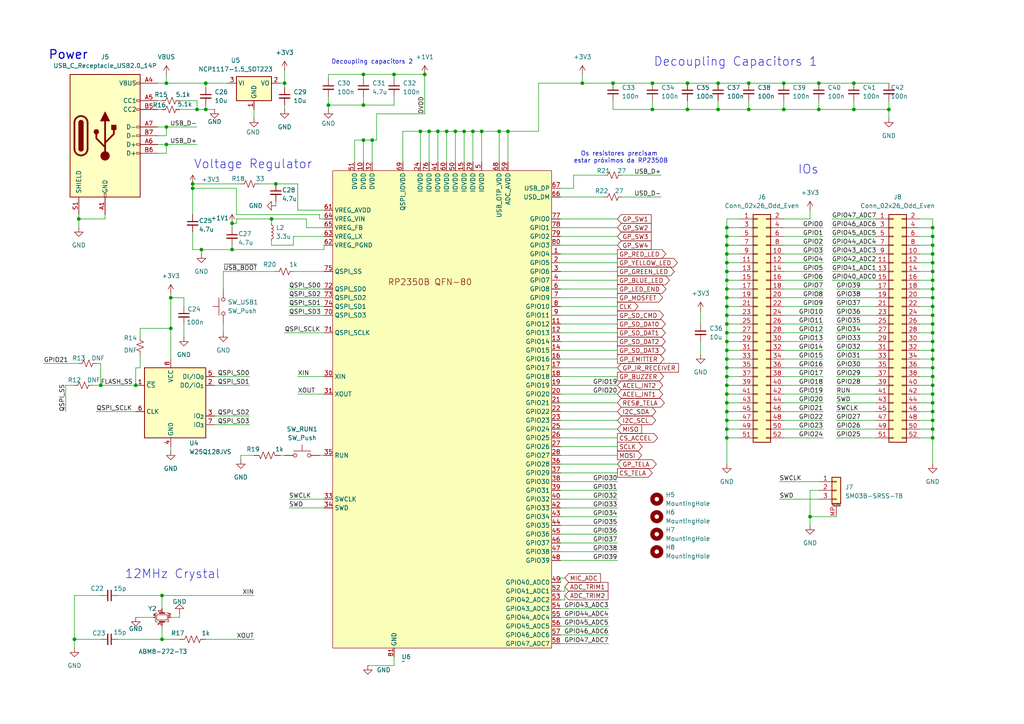
<source format=kicad_sch>
(kicad_sch (version 20250114) (generator "eeschema") (generator_version "9.0")
  (paper "A4")
  (text "12MHz Crystal" (at 50.038 166.624 0) (effects (font (size 2.54 2.54))))
  (text "Power" (at 19.812 16.002 0) (effects (font (size 2.54 2.54) (thickness 0.3175))))
  (text "Decoupling Capacitors 1" (at 213.36 18.034 0) (effects (font (size 2.54 2.54))))
  (text "Os resistores precisam \nestar próximos da RP2350B\n" (at 180.086 45.72 0) (effects (font (size 1.27 1.27))))
  (text "IOs\n" (at 234.442 49.276 0) (effects (font (size 2.54 2.54))))
  (text "Decoupling capacitors 2\n" (at 107.95 18.034 0) (effects (font (size 1.27 1.27))))
  (text "Voltage Regulator\n" (at 73.406 47.752 0) (effects (font (size 2.54 2.54))))
  (junction (at 270.51 104.14))
  (junction (at 124.46 38.1))
  (junction (at 210.82 91.44))
  (junction (at 55.88 53.34))
  (junction (at 257.81 31.75))
  (junction (at 237.49 24.13))
  (junction (at 78.74 63.5))
  (junction (at 114.3 21.59))
  (junction (at 270.51 91.44))
  (junction (at 147.32 38.1))
  (junction (at 270.51 96.52))
  (junction (at 217.17 24.13))
  (junction (at 57.15 31.75))
  (junction (at 121.92 38.1))
  (junction (at 270.51 73.66))
  (junction (at 129.54 38.1))
  (junction (at 270.51 116.84))
  (junction (at 208.28 24.13))
  (junction (at 95.25 30.48))
  (junction (at 270.51 88.9))
  (junction (at 270.51 86.36))
  (junction (at 127 38.1))
  (junction (at 210.82 116.84))
  (junction (at 48.26 24.13))
  (junction (at 210.82 93.98))
  (junction (at 270.51 127))
  (junction (at 270.51 71.12))
  (junction (at 59.69 24.13))
  (junction (at 270.51 78.74))
  (junction (at 227.33 31.75))
  (junction (at 67.31 72.39))
  (junction (at 123.19 21.59))
  (junction (at 237.49 31.75))
  (junction (at 270.51 124.46))
  (junction (at 144.78 38.1))
  (junction (at 82.55 24.13))
  (junction (at 49.53 95.25))
  (junction (at 22.86 63.5))
  (junction (at 168.91 24.13))
  (junction (at 105.41 21.59))
  (junction (at 210.82 96.52))
  (junction (at 217.17 31.75))
  (junction (at 247.65 31.75))
  (junction (at 270.51 76.2))
  (junction (at 48.26 36.83))
  (junction (at 210.82 78.74))
  (junction (at 67.31 64.77))
  (junction (at 55.88 54.61))
  (junction (at 199.39 31.75))
  (junction (at 132.08 38.1))
  (junction (at 59.69 31.75))
  (junction (at 270.51 119.38))
  (junction (at 137.16 38.1))
  (junction (at 199.39 24.13))
  (junction (at 210.82 88.9))
  (junction (at 189.23 24.13))
  (junction (at 247.65 24.13))
  (junction (at 210.82 99.06))
  (junction (at 134.62 38.1))
  (junction (at 210.82 66.04))
  (junction (at 234.95 149.86))
  (junction (at 210.82 106.68))
  (junction (at 208.28 31.75))
  (junction (at 227.33 24.13))
  (junction (at 58.42 72.39))
  (junction (at 270.51 83.82))
  (junction (at 210.82 81.28))
  (junction (at 270.51 109.22))
  (junction (at 210.82 71.12))
  (junction (at 270.51 66.04))
  (junction (at 48.26 41.91))
  (junction (at 107.95 40.64))
  (junction (at 210.82 114.3))
  (junction (at 270.51 81.28))
  (junction (at 46.99 185.42))
  (junction (at 105.41 30.48))
  (junction (at 210.82 83.82))
  (junction (at 210.82 68.58))
  (junction (at 210.82 104.14))
  (junction (at 210.82 121.92))
  (junction (at 210.82 119.38))
  (junction (at 46.99 172.72))
  (junction (at 29.21 111.76))
  (junction (at 210.82 73.66))
  (junction (at 210.82 109.22))
  (junction (at 210.82 111.76))
  (junction (at 49.53 86.36))
  (junction (at 270.51 68.58))
  (junction (at 105.41 40.64))
  (junction (at 189.23 31.75))
  (junction (at 210.82 101.6))
  (junction (at 39.37 111.76))
  (junction (at 80.01 53.34))
  (junction (at 270.51 106.68))
  (junction (at 177.8 24.13))
  (junction (at 270.51 121.92))
  (junction (at 210.82 124.46))
  (junction (at 270.51 111.76))
  (junction (at 210.82 86.36))
  (junction (at 270.51 93.98))
  (junction (at 210.82 76.2))
  (junction (at 270.51 114.3))
  (junction (at 139.7 38.1))
  (junction (at 270.51 99.06))
  (junction (at 21.59 185.42))
  (junction (at 210.82 127))
  (junction (at 270.51 101.6))
  (wire (pts (xy 124.46 38.1) (xy 124.46 46.99)))
  (wire (pts (xy 210.82 88.9) (xy 214.63 88.9)))
  (wire (pts (xy 241.3 81.28) (xy 254 81.28)))
  (wire (pts (xy 210.82 116.84) (xy 214.63 116.84)))
  (wire (pts (xy 85.09 68.58) (xy 85.09 71.12)))
  (wire (pts (xy 210.82 66.04) (xy 214.63 66.04)))
  (wire (pts (xy 162.56 173.99) (xy 163.83 173.99)))
  (wire (pts (xy 210.82 76.2) (xy 214.63 76.2)))
  (wire (pts (xy 102.87 40.64) (xy 105.41 40.64)))
  (wire (pts (xy 238.76 101.6) (xy 227.33 101.6)))
  (wire (pts (xy 162.56 176.53) (xy 176.53 176.53)))
  (wire (pts (xy 238.76 127) (xy 227.33 127)))
  (wire (pts (xy 242.57 111.76) (xy 254 111.76)))
  (wire (pts (xy 48.26 44.45) (xy 45.72 44.45)))
  (wire (pts (xy 257.81 31.75) (xy 257.81 29.21)))
  (wire (pts (xy 162.56 119.38) (xy 179.07 119.38)))
  (wire (pts (xy 210.82 76.2) (xy 210.82 73.66)))
  (wire (pts (xy 55.88 53.34) (xy 55.88 54.61)))
  (wire (pts (xy 241.3 68.58) (xy 254 68.58)))
  (wire (pts (xy 238.76 119.38) (xy 227.33 119.38)))
  (wire (pts (xy 270.51 114.3) (xy 266.7 114.3)))
  (wire (pts (xy 95.25 30.48) (xy 105.41 30.48)))
  (wire (pts (xy 270.51 83.82) (xy 266.7 83.82)))
  (wire (pts (xy 95.25 27.94) (xy 95.25 30.48)))
  (wire (pts (xy 210.82 101.6) (xy 210.82 99.06)))
  (wire (pts (xy 46.99 172.72) (xy 46.99 176.53)))
  (wire (pts (xy 166.37 54.61) (xy 166.37 50.8)))
  (wire (pts (xy 59.69 185.42) (xy 73.66 185.42)))
  (wire (pts (xy 68.58 63.5) (xy 68.58 64.77)))
  (wire (pts (xy 270.51 99.06) (xy 270.51 96.52)))
  (wire (pts (xy 238.76 104.14) (xy 227.33 104.14)))
  (wire (pts (xy 270.51 114.3) (xy 270.51 111.76)))
  (wire (pts (xy 270.51 86.36) (xy 270.51 83.82)))
  (wire (pts (xy 144.78 46.99) (xy 144.78 38.1)))
  (wire (pts (xy 162.56 179.07) (xy 176.53 179.07)))
  (wire (pts (xy 162.56 93.98) (xy 179.07 93.98)))
  (wire (pts (xy 132.08 46.99) (xy 132.08 38.1)))
  (wire (pts (xy 168.91 24.13) (xy 177.8 24.13)))
  (wire (pts (xy 270.51 66.04) (xy 270.51 63.5)))
  (wire (pts (xy 217.17 31.75) (xy 227.33 31.75)))
  (wire (pts (xy 82.55 20.32) (xy 82.55 24.13)))
  (wire (pts (xy 210.82 121.92) (xy 214.63 121.92)))
  (wire (pts (xy 227.33 31.75) (xy 237.49 31.75)))
  (wire (pts (xy 238.76 68.58) (xy 227.33 68.58)))
  (wire (pts (xy 78.74 63.5) (xy 78.74 64.77)))
  (wire (pts (xy 162.56 116.84) (xy 179.07 116.84)))
  (wire (pts (xy 234.95 60.96) (xy 234.95 63.5)))
  (wire (pts (xy 55.88 72.39) (xy 55.88 67.31)))
  (wire (pts (xy 241.3 66.04) (xy 254 66.04)))
  (wire (pts (xy 270.51 66.04) (xy 266.7 66.04)))
  (wire (pts (xy 241.3 76.2) (xy 254 76.2)))
  (wire (pts (xy 270.51 71.12) (xy 270.51 68.58)))
  (wire (pts (xy 270.51 106.68) (xy 270.51 104.14)))
  (wire (pts (xy 270.51 101.6) (xy 266.7 101.6)))
  (wire (pts (xy 80.01 53.34) (xy 86.36 53.34)))
  (wire (pts (xy 162.56 76.2) (xy 179.07 76.2)))
  (wire (pts (xy 53.34 93.98) (xy 53.34 97.79)))
  (wire (pts (xy 179.07 160.02) (xy 162.56 160.02)))
  (wire (pts (xy 68.58 64.77) (xy 67.31 64.77)))
  (wire (pts (xy 21.59 185.42) (xy 29.21 185.42)))
  (wire (pts (xy 162.56 83.82) (xy 179.07 83.82)))
  (wire (pts (xy 59.69 30.48) (xy 59.69 31.75)))
  (wire (pts (xy 19.05 111.76) (xy 21.59 111.76)))
  (wire (pts (xy 238.76 124.46) (xy 227.33 124.46)))
  (wire (pts (xy 226.06 139.7) (xy 237.49 139.7)))
  (wire (pts (xy 162.56 111.76) (xy 179.07 111.76)))
  (wire (pts (xy 270.51 109.22) (xy 266.7 109.22)))
  (wire (pts (xy 270.51 93.98) (xy 266.7 93.98)))
  (wire (pts (xy 270.51 81.28) (xy 270.51 78.74)))
  (wire (pts (xy 162.56 167.64) (xy 162.56 168.91)))
  (wire (pts (xy 210.82 114.3) (xy 214.63 114.3)))
  (wire (pts (xy 238.76 91.44) (xy 227.33 91.44)))
  (wire (pts (xy 83.82 144.78) (xy 93.98 144.78)))
  (wire (pts (xy 107.95 40.64) (xy 109.22 40.64)))
  (wire (pts (xy 106.68 193.04) (xy 114.3 193.04)))
  (wire (pts (xy 46.99 172.72) (xy 73.66 172.72)))
  (wire (pts (xy 58.42 72.39) (xy 58.42 73.66)))
  (wire (pts (xy 45.72 29.21) (xy 46.99 29.21)))
  (wire (pts (xy 210.82 99.06) (xy 210.82 96.52)))
  (wire (pts (xy 40.64 106.68) (xy 40.64 102.87)))
  (wire (pts (xy 179.07 129.54) (xy 162.56 129.54)))
  (wire (pts (xy 162.56 106.68) (xy 179.07 106.68)))
  (wire (pts (xy 83.82 91.44) (xy 93.98 91.44)))
  (wire (pts (xy 162.56 101.6) (xy 179.07 101.6)))
  (wire (pts (xy 67.31 72.39) (xy 58.42 72.39)))
  (wire (pts (xy 210.82 96.52) (xy 210.82 93.98)))
  (wire (pts (xy 238.76 83.82) (xy 227.33 83.82)))
  (wire (pts (xy 242.57 104.14) (xy 254 104.14)))
  (wire (pts (xy 238.76 114.3) (xy 227.33 114.3)))
  (wire (pts (xy 52.07 31.75) (xy 57.15 31.75)))
  (wire (pts (xy 270.51 109.22) (xy 270.51 106.68)))
  (wire (pts (xy 179.07 144.78) (xy 162.56 144.78)))
  (wire (pts (xy 242.57 114.3) (xy 254 114.3)))
  (wire (pts (xy 238.76 121.92) (xy 227.33 121.92)))
  (wire (pts (xy 241.3 73.66) (xy 254 73.66)))
  (wire (pts (xy 270.51 63.5) (xy 266.7 63.5)))
  (wire (pts (xy 270.51 78.74) (xy 270.51 76.2)))
  (wire (pts (xy 270.51 119.38) (xy 270.51 116.84)))
  (wire (pts (xy 39.37 179.07) (xy 44.45 179.07)))
  (wire (pts (xy 83.82 147.32) (xy 93.98 147.32)))
  (wire (pts (xy 210.82 71.12) (xy 210.82 68.58)))
  (wire (pts (xy 270.51 121.92) (xy 266.7 121.92)))
  (wire (pts (xy 147.32 38.1) (xy 156.21 38.1)))
  (wire (pts (xy 12.7 105.41) (xy 22.86 105.41)))
  (wire (pts (xy 179.07 152.4) (xy 162.56 152.4)))
  (wire (pts (xy 210.82 83.82) (xy 210.82 81.28)))
  (wire (pts (xy 199.39 31.75) (xy 208.28 31.75)))
  (wire (pts (xy 52.07 29.21) (xy 57.15 29.21)))
  (wire (pts (xy 55.88 54.61) (xy 55.88 62.23)))
  (wire (pts (xy 238.76 73.66) (xy 227.33 73.66)))
  (wire (pts (xy 270.51 83.82) (xy 270.51 81.28)))
  (wire (pts (xy 134.62 38.1) (xy 137.16 38.1)))
  (wire (pts (xy 210.82 124.46) (xy 210.82 121.92)))
  (wire (pts (xy 88.9 63.5) (xy 88.9 66.04)))
  (wire (pts (xy 242.57 96.52) (xy 254 96.52)))
  (wire (pts (xy 270.51 73.66) (xy 270.51 71.12)))
  (wire (pts (xy 210.82 86.36) (xy 214.63 86.36)))
  (wire (pts (xy 30.48 62.23) (xy 30.48 63.5)))
  (wire (pts (xy 21.59 185.42) (xy 21.59 187.96)))
  (wire (pts (xy 162.56 73.66) (xy 179.07 73.66)))
  (wire (pts (xy 210.82 88.9) (xy 210.82 86.36)))
  (wire (pts (xy 29.21 111.76) (xy 39.37 111.76)))
  (wire (pts (xy 62.23 31.75) (xy 59.69 31.75)))
  (wire (pts (xy 270.51 93.98) (xy 270.51 91.44)))
  (wire (pts (xy 86.36 60.96) (xy 93.98 60.96)))
  (wire (pts (xy 226.06 144.78) (xy 237.49 144.78)))
  (wire (pts (xy 234.95 152.4) (xy 234.95 149.86)))
  (wire (pts (xy 234.95 149.86) (xy 234.95 142.24)))
  (wire (pts (xy 162.56 121.92) (xy 179.07 121.92)))
  (wire (pts (xy 21.59 172.72) (xy 21.59 185.42)))
  (wire (pts (xy 203.2 99.06) (xy 203.2 102.87)))
  (wire (pts (xy 210.82 101.6) (xy 214.63 101.6)))
  (wire (pts (xy 68.58 54.61) (xy 55.88 54.61)))
  (wire (pts (xy 210.82 71.12) (xy 214.63 71.12)))
  (wire (pts (xy 69.85 132.08) (xy 69.85 133.35)))
  (wire (pts (xy 93.98 68.58) (xy 85.09 68.58)))
  (wire (pts (xy 48.26 39.37) (xy 45.72 39.37)))
  (wire (pts (xy 177.8 24.13) (xy 189.23 24.13)))
  (wire (pts (xy 238.76 71.12) (xy 227.33 71.12)))
  (wire (pts (xy 82.55 132.08) (xy 81.28 132.08)))
  (wire (pts (xy 238.76 116.84) (xy 227.33 116.84)))
  (wire (pts (xy 210.82 91.44) (xy 210.82 88.9)))
  (wire (pts (xy 210.82 104.14) (xy 214.63 104.14)))
  (wire (pts (xy 45.72 24.13) (xy 48.26 24.13)))
  (wire (pts (xy 93.98 72.39) (xy 67.31 72.39)))
  (wire (pts (xy 270.51 73.66) (xy 266.7 73.66)))
  (wire (pts (xy 179.07 132.08) (xy 162.56 132.08)))
  (wire (pts (xy 105.41 21.59) (xy 105.41 22.86)))
  (wire (pts (xy 210.82 63.5) (xy 214.63 63.5)))
  (wire (pts (xy 179.07 134.62) (xy 162.56 134.62)))
  (wire (pts (xy 270.51 116.84) (xy 266.7 116.84)))
  (wire (pts (xy 270.51 116.84) (xy 270.51 114.3)))
  (wire (pts (xy 238.76 109.22) (xy 227.33 109.22)))
  (wire (pts (xy 68.58 62.23) (xy 68.58 54.61)))
  (wire (pts (xy 22.86 62.23) (xy 22.86 63.5)))
  (wire (pts (xy 270.51 127) (xy 266.7 127)))
  (wire (pts (xy 162.56 114.3) (xy 179.07 114.3)))
  (wire (pts (xy 34.29 172.72) (xy 46.99 172.72)))
  (wire (pts (xy 179.07 154.94) (xy 162.56 154.94)))
  (wire (pts (xy 242.57 121.92) (xy 254 121.92)))
  (wire (pts (xy 57.15 29.21) (xy 57.15 31.75)))
  (wire (pts (xy 177.8 29.21) (xy 177.8 31.75)))
  (wire (pts (xy 162.56 88.9) (xy 179.07 88.9)))
  (wire (pts (xy 210.82 93.98) (xy 214.63 93.98)))
  (wire (pts (xy 189.23 24.13) (xy 199.39 24.13)))
  (wire (pts (xy 27.94 119.38) (xy 39.37 119.38)))
  (wire (pts (xy 162.56 91.44) (xy 179.07 91.44)))
  (wire (pts (xy 217.17 29.21) (xy 217.17 31.75)))
  (wire (pts (xy 241.3 78.74) (xy 254 78.74)))
  (wire (pts (xy 123.19 21.59) (xy 123.19 33.02)))
  (wire (pts (xy 179.07 157.48) (xy 162.56 157.48)))
  (wire (pts (xy 208.28 31.75) (xy 217.17 31.75)))
  (wire (pts (xy 162.56 96.52) (xy 179.07 96.52)))
  (wire (pts (xy 45.72 36.83) (xy 48.26 36.83)))
  (wire (pts (xy 270.51 124.46) (xy 266.7 124.46)))
  (wire (pts (xy 162.56 104.14) (xy 179.07 104.14)))
  (wire (pts (xy 227.33 24.13) (xy 237.49 24.13)))
  (wire (pts (xy 22.86 63.5) (xy 22.86 66.04)))
  (wire (pts (xy 147.32 46.99) (xy 147.32 38.1)))
  (wire (pts (xy 109.22 40.64) (xy 109.22 33.02)))
  (wire (pts (xy 72.39 111.76) (xy 62.23 111.76)))
  (wire (pts (xy 162.56 78.74) (xy 179.07 78.74)))
  (wire (pts (xy 270.51 91.44) (xy 266.7 91.44)))
  (wire (pts (xy 29.21 105.41) (xy 29.21 111.76)))
  (wire (pts (xy 85.09 78.74) (xy 93.98 78.74)))
  (wire (pts (xy 116.84 38.1) (xy 121.92 38.1)))
  (wire (pts (xy 210.82 124.46) (xy 214.63 124.46)))
  (wire (pts (xy 114.3 30.48) (xy 114.3 27.94)))
  (wire (pts (xy 85.09 71.12) (xy 78.74 71.12)))
  (wire (pts (xy 238.76 99.06) (xy 227.33 99.06)))
  (wire (pts (xy 137.16 38.1) (xy 139.7 38.1)))
  (wire (pts (xy 270.51 91.44) (xy 270.51 88.9)))
  (wire (pts (xy 144.78 38.1) (xy 147.32 38.1)))
  (wire (pts (xy 238.76 88.9) (xy 227.33 88.9)))
  (wire (pts (xy 270.51 96.52) (xy 270.51 93.98)))
  (wire (pts (xy 137.16 46.99) (xy 137.16 38.1)))
  (wire (pts (xy 210.82 78.74) (xy 214.63 78.74)))
  (wire (pts (xy 242.57 86.36) (xy 254 86.36)))
  (wire (pts (xy 242.57 93.98) (xy 254 93.98)))
  (wire (pts (xy 210.82 134.62) (xy 210.82 127)))
  (wire (pts (xy 270.51 111.76) (xy 270.51 109.22)))
  (wire (pts (xy 129.54 46.99) (xy 129.54 38.1)))
  (wire (pts (xy 162.56 181.61) (xy 176.53 181.61)))
  (wire (pts (xy 139.7 46.99) (xy 139.7 38.1)))
  (wire (pts (xy 180.34 50.8) (xy 191.77 50.8)))
  (wire (pts (xy 238.76 81.28) (xy 227.33 81.28)))
  (wire (pts (xy 270.51 76.2) (xy 270.51 73.66)))
  (wire (pts (xy 210.82 106.68) (xy 210.82 104.14)))
  (wire (pts (xy 242.57 109.22) (xy 254 109.22)))
  (wire (pts (xy 179.07 162.56) (xy 162.56 162.56)))
  (wire (pts (xy 162.56 81.28) (xy 179.07 81.28)))
  (wire (pts (xy 105.41 30.48) (xy 114.3 30.48)))
  (wire (pts (xy 270.51 104.14) (xy 266.7 104.14)))
  (wire (pts (xy 227.33 29.21) (xy 227.33 31.75)))
  (wire (pts (xy 105.41 46.99) (xy 105.41 40.64)))
  (wire (pts (xy 48.26 41.91) (xy 57.15 41.91)))
  (wire (pts (xy 242.57 99.06) (xy 254 99.06)))
  (wire (pts (xy 237.49 31.75) (xy 247.65 31.75)))
  (wire (pts (xy 86.36 114.3) (xy 93.98 114.3)))
  (wire (pts (xy 210.82 116.84) (xy 210.82 114.3)))
  (wire (pts (xy 270.51 78.74) (xy 266.7 78.74)))
  (wire (pts (xy 208.28 24.13) (xy 217.17 24.13)))
  (wire (pts (xy 177.8 31.75) (xy 189.23 31.75)))
  (wire (pts (xy 270.51 124.46) (xy 270.51 121.92)))
  (wire (pts (xy 162.56 54.61) (xy 166.37 54.61)))
  (wire (pts (xy 123.19 21.59) (xy 114.3 21.59)))
  (wire (pts (xy 210.82 96.52) (xy 214.63 96.52)))
  (wire (pts (xy 238.76 93.98) (xy 227.33 93.98)))
  (wire (pts (xy 86.36 109.22) (xy 93.98 109.22)))
  (wire (pts (xy 80.01 58.42) (xy 80.01 59.69)))
  (wire (pts (xy 199.39 29.21) (xy 199.39 31.75)))
  (wire (pts (xy 270.51 101.6) (xy 270.51 99.06)))
  (wire (pts (xy 270.51 99.06) (xy 266.7 99.06)))
  (wire (pts (xy 162.56 57.15) (xy 175.26 57.15)))
  (wire (pts (xy 162.56 186.69) (xy 176.53 186.69)))
  (wire (pts (xy 242.57 106.68) (xy 254 106.68)))
  (wire (pts (xy 210.82 114.3) (xy 210.82 111.76)))
  (wire (pts (xy 242.57 119.38) (xy 254 119.38)))
  (wire (pts (xy 49.53 129.54) (xy 49.53 130.81)))
  (wire (pts (xy 19.05 119.38) (xy 19.05 111.76)))
  (wire (pts (xy 27.94 105.41) (xy 29.21 105.41)))
  (wire (pts (xy 270.51 86.36) (xy 266.7 86.36)))
  (wire (pts (xy 55.88 53.34) (xy 69.85 53.34)))
  (wire (pts (xy 74.93 53.34) (xy 80.01 53.34)))
  (wire (pts (xy 129.54 38.1) (xy 132.08 38.1)))
  (wire (pts (xy 270.51 96.52) (xy 266.7 96.52)))
  (wire (pts (xy 210.82 68.58) (xy 214.63 68.58)))
  (wire (pts (xy 210.82 104.14) (xy 210.82 101.6)))
  (wire (pts (xy 179.07 147.32) (xy 162.56 147.32)))
  (wire (pts (xy 114.3 22.86) (xy 114.3 21.59)))
  (wire (pts (xy 81.28 24.13) (xy 82.55 24.13)))
  (wire (pts (xy 39.37 111.76) (xy 39.37 106.68)))
  (wire (pts (xy 40.64 95.25) (xy 49.53 95.25)))
  (wire (pts (xy 29.21 172.72) (xy 21.59 172.72)))
  (wire (pts (xy 270.51 106.68) (xy 266.7 106.68)))
  (wire (pts (xy 270.51 119.38) (xy 266.7 119.38)))
  (wire (pts (xy 45.72 41.91) (xy 48.26 41.91)))
  (wire (pts (xy 166.37 50.8) (xy 175.26 50.8)))
  (wire (pts (xy 127 38.1) (xy 129.54 38.1)))
  (wire (pts (xy 83.82 83.82) (xy 93.98 83.82)))
  (wire (pts (xy 180.34 57.15) (xy 191.77 57.15)))
  (wire (pts (xy 49.53 86.36) (xy 49.53 95.25)))
  (wire (pts (xy 156.21 24.13) (xy 168.91 24.13)))
  (wire (pts (xy 210.82 93.98) (xy 210.82 91.44)))
  (wire (pts (xy 49.53 179.07) (xy 52.07 179.07)))
  (wire (pts (xy 73.66 132.08) (xy 69.85 132.08)))
  (wire (pts (xy 270.51 68.58) (xy 270.51 66.04)))
  (wire (pts (xy 30.48 63.5) (xy 22.86 63.5)))
  (wire (pts (xy 270.51 71.12) (xy 266.7 71.12)))
  (wire (pts (xy 68.58 62.23) (xy 92.71 62.23)))
  (wire (pts (xy 105.41 27.94) (xy 105.41 30.48)))
  (wire (pts (xy 179.07 142.24) (xy 162.56 142.24)))
  (wire (pts (xy 238.76 106.68) (xy 227.33 106.68)))
  (wire (pts (xy 237.49 24.13) (xy 247.65 24.13)))
  (wire (pts (xy 242.57 91.44) (xy 254 91.44)))
  (wire (pts (xy 48.26 41.91) (xy 48.26 44.45)))
  (wire (pts (xy 210.82 119.38) (xy 214.63 119.38)))
  (wire (pts (xy 270.51 127) (xy 270.51 124.46)))
  (wire (pts (xy 162.56 99.06) (xy 179.07 99.06)))
  (wire (pts (xy 210.82 68.58) (xy 210.82 66.04)))
  (wire (pts (xy 270.51 68.58) (xy 266.7 68.58)))
  (wire (pts (xy 86.36 60.96) (xy 86.36 53.34)))
  (wire (pts (xy 162.56 124.46) (xy 179.07 124.46)))
  (wire (pts (xy 162.56 63.5) (xy 179.07 63.5)))
  (wire (pts (xy 168.91 21.59) (xy 168.91 24.13)))
  (wire (pts (xy 132.08 38.1) (xy 134.62 38.1)))
  (wire (pts (xy 49.53 85.09) (xy 49.53 86.36)))
  (wire (pts (xy 93.98 71.12) (xy 93.98 72.39)))
  (wire (pts (xy 72.39 109.22) (xy 62.23 109.22)))
  (wire (pts (xy 64.77 78.74) (xy 64.77 83.82)))
  (wire (pts (xy 95.25 21.59) (xy 95.25 22.86)))
  (wire (pts (xy 82.55 96.52) (xy 93.98 96.52)))
  (wire (pts (xy 139.7 38.1) (xy 144.78 38.1)))
  (wire (pts (xy 26.67 111.76) (xy 29.21 111.76)))
  (wire (pts (xy 88.9 63.5) (xy 78.74 63.5)))
  (wire (pts (xy 238.76 96.52) (xy 227.33 96.52)))
  (wire (pts (xy 49.53 86.36) (xy 53.34 86.36)))
  (wire (pts (xy 67.31 72.39) (xy 67.31 71.12)))
  (wire (pts (xy 247.65 24.13) (xy 257.81 24.13)))
  (wire (pts (xy 46.99 185.42) (xy 52.07 185.42)))
  (wire (pts (xy 242.57 101.6) (xy 254 101.6)))
  (wire (pts (xy 162.56 86.36) (xy 179.07 86.36)))
  (wire (pts (xy 247.65 31.75) (xy 257.81 31.75)))
  (wire (pts (xy 162.56 66.04) (xy 179.07 66.04)))
  (wire (pts (xy 102.87 46.99) (xy 102.87 40.64)))
  (wire (pts (xy 53.34 86.36) (xy 53.34 88.9)))
  (wire (pts (xy 134.62 46.99) (xy 134.62 38.1)))
  (wire (pts (xy 247.65 29.21) (xy 247.65 31.75)))
  (wire (pts (xy 64.77 93.98) (xy 64.77 96.52)))
  (wire (pts (xy 241.3 63.5) (xy 254 63.5)))
  (wire (pts (xy 48.26 21.59) (xy 48.26 24.13)))
  (wire (pts (xy 270.51 104.14) (xy 270.51 101.6)))
  (wire (pts (xy 217.17 24.13) (xy 227.33 24.13)))
  (wire (pts (xy 234.95 142.24) (xy 237.49 142.24)))
  (wire (pts (xy 121.92 38.1) (xy 124.46 38.1)))
  (wire (pts (xy 45.72 31.75) (xy 46.99 31.75)))
  (wire (pts (xy 95.25 30.48) (xy 95.25 31.75)))
  (wire (pts (xy 162.56 109.22) (xy 179.07 109.22)))
  (wire (pts (xy 72.39 123.19) (xy 62.23 123.19)))
  (wire (pts (xy 40.64 97.79) (xy 40.64 95.25)))
  (wire (pts (xy 49.53 95.25) (xy 49.53 104.14)))
  (wire (pts (xy 67.31 64.77) (xy 67.31 66.04)))
  (wire (pts (xy 82.55 30.48) (xy 82.55 31.75)))
  (wire (pts (xy 210.82 111.76) (xy 214.63 111.76)))
  (wire (pts (xy 58.42 72.39) (xy 55.88 72.39)))
  (wire (pts (xy 92.71 132.08) (xy 93.98 132.08)))
  (wire (pts (xy 162.56 71.12) (xy 179.07 71.12)))
  (wire (pts (xy 270.51 76.2) (xy 266.7 76.2)))
  (wire (pts (xy 238.76 66.04) (xy 227.33 66.04)))
  (wire (pts (xy 210.82 119.38) (xy 210.82 116.84)))
  (wire (pts (xy 210.82 109.22) (xy 210.82 106.68)))
  (wire (pts (xy 210.82 106.68) (xy 214.63 106.68)))
  (wire (pts (xy 189.23 29.21) (xy 189.23 31.75)))
  (wire (pts (xy 210.82 127) (xy 210.82 124.46)))
  (wire (pts (xy 238.76 76.2) (xy 227.33 76.2)))
  (wire (pts (xy 270.51 88.9) (xy 270.51 86.36)))
  (wire (pts (xy 59.69 24.13) (xy 66.04 24.13)))
  (wire (pts (xy 210.82 81.28) (xy 214.63 81.28)))
  (wire (pts (xy 72.39 120.65) (xy 62.23 120.65)))
  (wire (pts (xy 73.66 31.75) (xy 73.66 34.29)))
  (wire (pts (xy 59.69 24.13) (xy 59.69 25.4)))
  (wire (pts (xy 210.82 66.04) (xy 210.82 63.5)))
  (wire (pts (xy 210.82 99.06) (xy 214.63 99.06)))
  (wire (pts (xy 83.82 88.9) (xy 93.98 88.9)))
  (wire (pts (xy 210.82 127) (xy 214.63 127)))
  (wire (pts (xy 210.82 81.28) (xy 210.82 78.74)))
  (wire (pts (xy 270.51 134.62) (xy 270.51 127)))
  (wire (pts (xy 199.39 24.13) (xy 208.28 24.13)))
  (wire (pts (xy 270.51 121.92) (xy 270.51 119.38)))
  (wire (pts (xy 163.83 171.45) (xy 163.83 170.18)))
  (wire (pts (xy 208.28 29.21) (xy 208.28 31.75)))
  (wire (pts (xy 238.76 78.74) (xy 227.33 78.74)))
  (wire (pts (xy 114.3 193.04) (xy 114.3 190.5)))
  (wire (pts (xy 210.82 86.36) (xy 210.82 83.82)))
  (wire (pts (xy 179.07 137.16) (xy 162.56 137.16)))
  (wire (pts (xy 189.23 31.75) (xy 199.39 31.75)))
  (wire (pts (xy 227.33 63.5) (xy 234.95 63.5)))
  (wire (pts (xy 179.07 127) (xy 162.56 127)))
  (wire (pts (xy 242.57 116.84) (xy 254 116.84)))
  (wire (pts (xy 57.15 31.75) (xy 59.69 31.75)))
  (wire (pts (xy 107.95 46.99) (xy 107.95 40.64)))
  (wire (pts (xy 210.82 73.66) (xy 210.82 71.12)))
  (wire (pts (xy 238.76 86.36) (xy 227.33 86.36)))
  (wire (pts (xy 78.74 71.12) (xy 78.74 69.85)))
  (wire (pts (xy 257.81 31.75) (xy 257.81 34.29)))
  (wire (pts (xy 242.57 124.46) (xy 254 124.46)))
  (wire (pts (xy 203.2 90.17) (xy 203.2 93.98)))
  (wire (pts (xy 116.84 38.1) (xy 116.84 46.99)))
  (wire (pts (xy 210.82 121.92) (xy 210.82 119.38)))
  (wire (pts (xy 179.07 139.7) (xy 162.56 139.7)))
  (wire (pts (xy 48.26 36.83) (xy 57.15 36.83)))
  (wire (pts (xy 234.95 149.86) (xy 242.57 149.86)))
  (wire (pts (xy 162.56 184.15) (xy 176.53 184.15)))
  (wire (pts (xy 82.55 24.13) (xy 82.55 25.4)))
  (wire (pts (xy 48.26 36.83) (xy 48.26 39.37)))
  (wire (pts (xy 242.57 127) (xy 254 127)))
  (wire (pts (xy 241.3 71.12) (xy 254 71.12)))
  (wire (pts (xy 105.41 40.64) (xy 107.95 40.64)))
  (wire (pts (xy 237.49 29.21) (xy 237.49 31.75)))
  (wire (pts (xy 105.41 21.59) (xy 95.25 21.59)))
  (wire (pts (xy 34.29 185.42) (xy 46.99 185.42)))
  (wire (pts (xy 46.99 181.61) (xy 46.99 185.42)))
  (wire (pts (xy 210.82 109.22) (xy 214.63 109.22)))
  (wire (pts (xy 242.57 83.82) (xy 254 83.82)))
  (wire (pts (xy 242.57 88.9) (xy 254 88.9)))
  (wire (pts (xy 210.82 78.74) (xy 210.82 76.2)))
  (wire (pts (xy 210.82 73.66) (xy 214.63 73.66)))
  (wire (pts (xy 88.9 66.04) (xy 93.98 66.04)))
  (wire (pts (xy 210.82 91.44) (xy 214.63 91.44)))
  (wire (pts (xy 238.76 111.76) (xy 227.33 111.76)))
  (wire (pts (xy 124.46 38.1) (xy 127 38.1)))
  (wire (pts (xy 39.37 106.68) (xy 40.64 106.68)))
  (wire (pts (xy 92.71 63.5) (xy 92.71 62.23)))
  (wire (pts (xy 121.92 46.99) (xy 121.92 38.1)))
  (wire (pts (xy 179.07 149.86) (xy 162.56 149.86)))
  (wire (pts (xy 163.83 173.99) (xy 163.83 172.72)))
  (wire (pts (xy 162.56 68.58) (xy 179.07 68.58)))
  (wire (pts (xy 114.3 21.59) (xy 105.41 21.59)))
  (wire (pts (xy 64.77 78.74) (xy 80.01 78.74)))
  (wire (pts (xy 210.82 111.76) (xy 210.82 109.22)))
  (wire (pts (xy 270.51 81.28) (xy 266.7 81.28)))
  (wire (pts (xy 156.21 38.1) (xy 156.21 24.13)))
  (wire (pts (xy 48.26 24.13) (xy 59.69 24.13)))
  (wire (pts (xy 83.82 86.36) (xy 93.98 86.36)))
  (wire (pts (xy 127 46.99) (xy 127 38.1)))
  (wire (pts (xy 52.07 179.07) (xy 52.07 177.8)))
  (wire (pts (xy 162.56 171.45) (xy 163.83 171.45)))
  (wire (pts (xy 210.82 83.82) (xy 214.63 83.82)))
  (wire (pts (xy 270.51 111.76) (xy 266.7 111.76)))
  (wire (pts (xy 78.74 63.5) (xy 68.58 63.5)))
  (wire (pts (xy 109.22 33.02) (xy 123.19 33.02)))
  (wire (pts (xy 93.98 63.5) (xy 92.71 63.5)))
  (wire (pts (xy 270.51 88.9) (xy 266.7 88.9)))
  (wire (pts (xy 162.56 167.64) (xy 163.83 167.64)))
  (label "GPIO45_ADC5" (at 176.53 181.61 180))
  (label "GPIO26" (at 242.57 124.46 0))
  (label "QSPI_SD1" (at 83.82 88.9 0))
  (label "XIN" (at 86.36 109.22 0))
  (label "GPIO33" (at 242.57 99.06 0))
  (label "GPIO7" (at 238.76 83.82 180))
  (label "XOUT" (at 86.36 114.3 0))
  (label "GPIO11" (at 238.76 93.98 180))
  (label "QSPI_SCLK" (at 27.94 119.38 0))
  (label "GPIO23" (at 238.76 124.46 180))
  (label "QSPI_SD1" (at 72.39 111.76 180))
  (label "GPIO10" (at 238.76 91.44 180))
  (label "SWCLK" (at 242.57 119.38 0))
  (label "GPIO32" (at 179.07 144.78 180))
  (label "USB_D+" (at 191.77 50.8 180))
  (label "GPIO2" (at 238.76 71.12 180))
  (label "GPIO0" (at 238.76 66.04 180))
  (label "GPIO32" (at 242.57 101.6 0))
  (label "DVDD" (at 123.19 33.02 90))
  (label "GPIO44_ADC4" (at 241.3 71.12 0))
  (label "GPIO13" (at 238.76 99.06 180))
  (label "GPIO15" (at 238.76 104.14 180))
  (label "GPIO3" (at 238.76 73.66 180))
  (label "GPIO47_ADC7" (at 241.3 63.5 0))
  (label "USB_D-" (at 57.15 36.83 180))
  (label "GPIO17" (at 238.76 109.22 180))
  (label "GPIO5" (at 238.76 78.74 180))
  (label "GPIO30" (at 179.07 139.7 180))
  (label "GPIO36" (at 242.57 91.44 0))
  (label "GPIO35" (at 242.57 93.98 0))
  (label "GPIO4" (at 238.76 76.2 180))
  (label "SWCLK" (at 226.06 139.7 0))
  (label "GPIO24" (at 238.76 127 180))
  (label "GPIO43_ADC3" (at 176.53 176.53 180))
  (label "GPIO40_ADC0" (at 241.3 81.28 0))
  (label "GPIO34" (at 179.07 149.86 180))
  (label "GPIO38" (at 179.07 160.02 180))
  (label "XIN" (at 73.66 172.72 180))
  (label "GPIO12" (at 238.76 96.52 180))
  (label "RUN" (at 242.57 114.3 0))
  (label "GPIO1" (at 238.76 68.58 180))
  (label "GPIO46_ADC6" (at 241.3 66.04 0))
  (label "~{USB_BOOT}" (at 64.77 78.74 0))
  (label "GPIO39" (at 179.07 162.56 180))
  (label "GPIO27" (at 242.57 121.92 0))
  (label "GPIO34" (at 242.57 96.52 0))
  (label "GPIO42_ADC2" (at 241.3 76.2 0))
  (label "GPIO30" (at 242.57 106.68 0))
  (label "GPIO44_ADC4" (at 176.53 179.07 180))
  (label "GPIO28" (at 242.57 111.76 0))
  (label "GPIO31" (at 179.07 142.24 180))
  (label "GPIO22" (at 238.76 121.92 180))
  (label "FLASH_SS" (at 29.21 111.76 0))
  (label "GPIO19" (at 238.76 114.3 180))
  (label "QSPI_SD3" (at 72.39 123.19 180))
  (label "XOUT" (at 73.66 185.42 180))
  (label "GPIO45_ADC5" (at 241.3 68.58 0))
  (label "GPIO39" (at 242.57 83.82 0))
  (label "GPIO35" (at 179.07 152.4 180))
  (label "GPIO16" (at 238.76 106.68 180))
  (label "SWD" (at 83.82 147.32 0))
  (label "GPIO38" (at 242.57 86.36 0))
  (label "GPIO36" (at 179.07 154.94 180))
  (label "QSPI_SD0" (at 72.39 109.22 180))
  (label "QSPI_SD2" (at 83.82 86.36 0))
  (label "GPIO29" (at 242.57 109.22 0))
  (label "SWCLK" (at 83.82 144.78 0))
  (label "GPIO25" (at 242.57 127 0))
  (label "GPIO19" (at 179.07 111.76 180))
  (label "GPIO6" (at 238.76 81.28 180))
  (label "SWD" (at 242.57 116.84 0))
  (label "QSPI_SS" (at 19.05 119.38 90))
  (label "GPIO18" (at 238.76 111.76 180))
  (label "GPIO46_ADC6" (at 176.53 184.15 180))
  (label "USB_D+" (at 57.15 41.91 180))
  (label "GPIO41_ADC1" (at 241.3 78.74 0))
  (label "GPIO20" (at 179.07 114.3 180))
  (label "GPIO8" (at 238.76 86.36 180))
  (label "QSPI_SD2" (at 72.39 120.65 180))
  (label "GPIO47_ADC7" (at 176.53 186.69 180))
  (label "GPIO37" (at 179.07 157.48 180))
  (label "GPIO21" (at 12.7 105.41 0))
  (label "GPIO21" (at 238.76 119.38 180))
  (label "GPIO37" (at 242.57 88.9 0))
  (label "GPIO9" (at 238.76 88.9 180))
  (label "GPIO20" (at 238.76 116.84 180))
  (label "GPIO33" (at 179.07 147.32 180))
  (label "GPIO43_ADC3" (at 241.3 73.66 0))
  (label "QSPI_SD3" (at 83.82 91.44 0))
  (label "QSPI_SCLK" (at 82.55 96.52 0))
  (label "GPIO14" (at 238.76 101.6 180))
  (label "USD_D-" (at 191.77 57.15 180))
  (label "SWD" (at 226.06 144.78 0))
  (label "QSPI_SD0" (at 83.82 83.82 0))
  (label "GPIO31" (at 242.57 104.14 0))
  (global_label "CS_ACCEL" (shape output) (at 179.07 127 0) (property "Intersheetrefs" "${INTERSHEET_REFS}" (effects (hide yes))))
  (global_label "GP_YELLOW_LED" (shape output) (at 179.07 76.2 0) (property "Intersheetrefs" "${INTERSHEET_REFS}" (effects (hide yes))))
  (global_label "ADC_TRIM2" (shape input) (at 163.83 172.72 0) (property "Intersheetrefs" "${INTERSHEET_REFS}" (effects (hide yes))))
  (global_label "CS_TELA" (shape output) (at 179.07 137.16 0) (property "Intersheetrefs" "${INTERSHEET_REFS}" (effects (hide yes))))
  (global_label "GP_MOSFET" (shape output) (at 179.07 86.36 0) (property "Intersheetrefs" "${INTERSHEET_REFS}" (effects (hide yes))))
  (global_label "SCLK" (shape output) (at 179.07 129.54 0) (property "Intersheetrefs" "${INTERSHEET_REFS}" (effects (hide yes))))
  (global_label "GP_SW4" (shape input) (at 179.07 71.12 0) (property "Intersheetrefs" "${INTERSHEET_REFS}" (effects (hide yes))))
  (global_label "GP_LED_END" (shape output) (at 179.07 83.82 0) (property "Intersheetrefs" "${INTERSHEET_REFS}" (effects (hide yes))))
  (global_label "MIC_ADC" (shape input) (at 163.83 167.64 0) (property "Intersheetrefs" "${INTERSHEET_REFS}" (effects (hide yes))))
  (global_label "GP_TELA" (shape bidirectional) (at 179.07 134.62 0) (property "Intersheetrefs" "${INTERSHEET_REFS}" (effects (hide yes))))
  (global_label "GP_SD_DAT0" (shape output) (at 179.07 93.98 0) (property "Intersheetrefs" "${INTERSHEET_REFS}" (effects (hide yes))))
  (global_label "MOSI" (shape output) (at 179.07 132.08 0) (property "Intersheetrefs" "${INTERSHEET_REFS}" (effects (hide yes))))
  (global_label "GP_RED_LED" (shape output) (at 179.07 73.66 0) (property "Intersheetrefs" "${INTERSHEET_REFS}" (effects (hide yes))))
  (global_label "GP_IR_RECEIVER" (shape input) (at 179.07 106.68 0) (property "Intersheetrefs" "${INTERSHEET_REFS}" (effects (hide yes))))
  (global_label "ACEL_INT1" (shape bidirectional) (at 179.07 114.3 0) (property "Intersheetrefs" "${INTERSHEET_REFS}" (effects (hide yes))))
  (global_label "GP_EMITTER" (shape output) (at 179.07 104.14 0) (property "Intersheetrefs" "${INTERSHEET_REFS}" (effects (hide yes))))
  (global_label "GP_GREEN_LED" (shape output) (at 179.07 78.74 0) (property "Intersheetrefs" "${INTERSHEET_REFS}" (effects (hide yes))))
  (global_label "RES#_TELA" (shape bidirectional) (at 179.07 116.84 0) (property "Intersheetrefs" "${INTERSHEET_REFS}" (effects (hide yes))))
  (global_label "GP_SD_DAT2" (shape output) (at 179.07 99.06 0) (property "Intersheetrefs" "${INTERSHEET_REFS}" (effects (hide yes))))
  (global_label "GP_SW3" (shape input) (at 179.07 68.58 0) (property "Intersheetrefs" "${INTERSHEET_REFS}" (effects (hide yes))))
  (global_label "MISO" (shape input) (at 179.07 124.46 0) (property "Intersheetrefs" "${INTERSHEET_REFS}" (effects (hide yes))))
  (global_label "GP_SW1" (shape input) (at 179.07 63.5 0) (property "Intersheetrefs" "${INTERSHEET_REFS}" (effects (hide yes))))
  (global_label "GP_SD_CMD" (shape output) (at 179.07 91.44 0) (property "Intersheetrefs" "${INTERSHEET_REFS}" (effects (hide yes))))
  (global_label "ADC_TRIM1" (shape input) (at 163.83 170.18 0) (property "Intersheetrefs" "${INTERSHEET_REFS}" (effects (hide yes))))
  (global_label "I2C_SDA" (shape bidirectional) (at 179.07 119.38 0) (property "Intersheetrefs" "${INTERSHEET_REFS}" (effects (hide yes))))
  (global_label "GP_BUZZER" (shape output) (at 179.07 109.22 0) (property "Intersheetrefs" "${INTERSHEET_REFS}" (effects (hide yes))))
  (global_label "GP_SD_DAT1" (shape output) (at 179.07 96.52 0) (property "Intersheetrefs" "${INTERSHEET_REFS}" (effects (hide yes))))
  (global_label "ACEL_INT2" (shape bidirectional) (at 179.07 111.76 0) (property "Intersheetrefs" "${INTERSHEET_REFS}" (effects (hide yes))))
  (global_label "GP_SW2" (shape input) (at 179.07 66.04 0) (property "Intersheetrefs" "${INTERSHEET_REFS}" (effects (hide yes))))
  (global_label "CLK" (shape output) (at 179.07 88.9 0) (property "Intersheetrefs" "${INTERSHEET_REFS}" (effects (hide yes))))
  (global_label "GP_SD_DAT3" (shape output) (at 179.07 101.6 0) (property "Intersheetrefs" "${INTERSHEET_REFS}" (effects (hide yes))))
  (global_label "GP_BLUE_LED" (shape output) (at 179.07 81.28 0) (property "Intersheetrefs" "${INTERSHEET_REFS}" (effects (hide yes))))
  (global_label "I2C_SCL" (shape bidirectional) (at 179.07 121.92 0) (property "Intersheetrefs" "${INTERSHEET_REFS}" (effects (hide yes))))
  (symbol (lib_id "power:GND") (at 22.86 66.04 0) (unit 1)
    (property "Reference" "#PWR031" (effects (hide yes)))
    (property "Value" "GND" (at 22.86 71.12 0))
    (property "Description" "Power symbol creates a global label with name \"GND\" , ground" (effects (hide yes)))
  )
  (symbol (lib_id "Device:C_Small") (at 208.28 26.67 0) (unit 1)
    (property "Reference" "C37" (at 210.82 25.4062 0) (effects (justify left)))
    (property "Value" "100n" (at 210.82 27.9462 0) (effects (justify left)))
    (property "Footprint" "Capacitor_SMD:C_0402_1005Metric" (effects (hide yes)))
    (property "Datasheet" "https://www.digikey.com.br/pt/products/detail/samsung-electro-mechanics/CL05B104KP5NNNC/3886660" (effects (hide yes)))
    (property "Description" "Unpolarized capacitor, small symbol" (effects (hide yes)))
  )
  (symbol (lib_id "power:GND") (at 203.2 102.87 0) (unit 1)
    (property "Reference" "#PWR053" (effects (hide yes)))
    (property "Value" "GND" (at 203.2 107.95 0))
    (property "Description" "Power symbol creates a global label with name \"GND\" , ground" (effects (hide yes)))
  )
  (symbol (lib_id "power:GND") (at 62.23 31.75 0) (unit 1)
    (property "Reference" "#PWR040" (effects (hide yes)))
    (property "Value" "GND" (at 60.198 35.306 0) (effects (justify left)))
    (property "Description" "Power symbol creates a global label with name \"GND\" , ground" (effects (hide yes)))
  )
  (symbol (lib_id "power:GND") (at 210.82 134.62 0) (unit 1)
    (property "Reference" "#PWR054" (effects (hide yes)))
    (property "Value" "GND" (at 210.82 139.7 0))
    (property "Description" "Power symbol creates a global label with name \"GND\" , ground" (effects (hide yes)))
  )
  (symbol (lib_id "Device:C_Small") (at 203.2 96.52 0) (unit 1)
    (property "Reference" "C36" (at 205.74 95.2562 0) (effects (justify left)))
    (property "Value" "10u" (at 205.74 97.7962 0) (effects (justify left)))
    (property "Footprint" "Capacitor_SMD:C_0402_1005Metric" (effects (hide yes)))
    (property "Datasheet" "https://www.digikey.com.br/pt/products/detail/murata-electronics/GRM155R61A106ME11D/12091056" (effects (hide yes)))
    (property "Description" "Unpolarized capacitor, small symbol" (effects (hide yes)))
  )
  (symbol (lib_id "power:GND") (at 95.25 31.75 0) (unit 1)
    (property "Reference" "#PWR048" (effects (hide yes)))
    (property "Value" "GND" (at 95.25 35.814 0))
    (property "Description" "Power symbol creates a global label with name \"GND\" , ground" (effects (hide yes)))
  )
  (symbol (lib_id "power:+3V3") (at 168.91 21.59 0) (unit 1)
    (property "Reference" "#PWR051" (effects (hide yes)))
    (property "Value" "+3V3" (at 168.91 16.51 0))
    (property "Description" "Power symbol creates a global label with name \"+3V3\"" (effects (hide yes)))
  )
  (symbol (lib_id "Device:C_Small") (at 67.31 68.58 0) (unit 1)
    (property "Reference" "C27" (at 69.088 67.818 0) (effects (justify left)))
    (property "Value" "4.7u" (at 69.088 70.358 0) (effects (justify left)))
    (property "Footprint" "Capacitor_SMD:C_0402_1005Metric" (effects (hide yes)))
    (property "Datasheet" "https://www.digikey.com.br/pt/products/detail/samsung-electro-mechanics/CL05A475MP5NRNC/3887140" (effects (hide yes)))
    (property "Description" "Unpolarized capacitor, small symbol" (effects (hide yes)))
  )
  (symbol (lib_id "power:+1V1") (at 123.19 21.59 0) (unit 1)
    (property "Reference" "#PWR050" (effects (hide yes)))
    (property "Value" "+1V1" (at 123.19 16.51 0))
    (property "Description" "Power symbol creates a global label with name \"+1V1\"" (effects (hide yes)))
  )
  (symbol (lib_id "Device:C_Small") (at 105.41 25.4 0) (unit 1)
    (property "Reference" "C31" (at 107.95 24.1362 0) (effects (justify left)))
    (property "Value" "4.7u" (at 107.95 26.6762 0) (effects (justify left)))
    (property "Footprint" "Capacitor_SMD:C_0402_1005Metric" (effects (hide yes)))
    (property "Datasheet" "https://www.digikey.com.br/pt/products/detail/samsung-electro-mechanics/CL05A475MP5NRNC/3887140" (effects (hide yes)))
    (property "Description" "Unpolarized capacitor, small symbol" (effects (hide yes)))
  )
  (symbol (lib_id "Device:R_US") (at 55.88 185.42 90) (unit 1)
    (property "Reference" "R17" (at 51.562 183.642 90))
    (property "Value" "1k" (at 59.69 183.642 90))
    (property "Footprint" "Resistor_SMD:R_0402_1005Metric" (effects (hide yes)))
    (property "Datasheet" "https://www.digikey.com.br/pt/products/detail/yageo/RC0402JR-071KL/726408" (effects (hide yes)))
    (property "Description" "Resistor, US symbol" (effects (hide yes)))
  )
  (symbol (lib_id "Mechanical:MountingHole") (at 190.5 160.02 0) (unit 1) (in_bom no)
    (property "Reference" "H8" (at 193.04 158.7499 0) (effects (justify left)))
    (property "Value" "MountingHole" (at 193.04 161.2899 0) (effects (justify left)))
    (property "Description" "Mounting Hole without connection" (effects (hide yes)))
  )
  (symbol (lib_id "Device:C_Small") (at 53.34 91.44 0) (unit 1)
    (property "Reference" "C24" (at 54.356 89.662 0) (effects (justify left)))
    (property "Value" "100n" (at 54.102 93.472 0) (effects (justify left)))
    (property "Footprint" "Capacitor_SMD:C_01005_0402Metric" (effects (hide yes)))
    (property "Datasheet" "https://www.digikey.com.br/pt/products/detail/samsung-electro-mechanics/CL05B104KP5NNNC/3886660" (effects (hide yes)))
    (property "Description" "Unpolarized capacitor, small symbol" (effects (hide yes)))
  )
  (symbol (lib_id "Device:C_Small") (at 31.75 185.42 270) (unit 1)
    (property "Reference" "C23" (at 28.702 183.642 90))
    (property "Value" "15p" (at 34.798 183.388 90))
    (property "Footprint" "Capacitor_SMD:C_0402_1005Metric" (effects (hide yes)))
    (property "Datasheet" "https://www.digikey.com.br/pt/products/detail/murata-electronics/GCM1555C1H150JA16D/4903554" (effects (hide yes)))
    (property "Description" "Unpolarized capacitor, small symbol" (effects (hide yes)))
  )
  (symbol (lib_id "Device:R_Small_US") (at 72.39 53.34 270) (unit 1)
    (property "Reference" "R18" (at 69.088 51.816 90))
    (property "Value" "33" (at 75.438 51.816 90))
    (property "Footprint" "Resistor_SMD:R_0402_1005Metric" (effects (hide yes)))
    (property "Datasheet" "https://www.digikey.com.br/pt/products/detail/panasonic-electronic-components/ERJ-2RKF33R0X/1746198" (effects (hide yes)))
    (property "Description" "Resistor, small US symbol" (effects (hide yes)))
  )
  (symbol (lib_id "Connector_Generic:Conn_02x26_Odd_Even") (at 219.71 93.98 0) (unit 1)
    (property "Reference" "J6" (at 220.98 57.15 0))
    (property "Value" "Conn_02x26_Odd_Even" (at 220.98 59.69 0))
    (property "Datasheet" "https://www.digikey.com.br/pt/products/detail/würth-elektronik/61302621821/17737803" (effects (hide yes)))
    (property "Description" "Generic connector, double row, 02x26, odd/even pin numbering scheme (row 1 odd numbers, row 2 even numbers), script generated (kicad-library-utils/schlib/autogen/connector/)" (effects (hide yes)))
  )
  (symbol (lib_id "Device:R_US") (at 77.47 132.08 270) (mirror x) (unit 1)
    (property "Reference" "R19" (at 73.406 130.302 90))
    (property "Value" "1k" (at 81.026 130.302 90))
    (property "Footprint" "Resistor_SMD:R_0402_1005Metric" (effects (hide yes)))
    (property "Datasheet" "https://www.digikey.com.br/pt/products/detail/yageo/RC0402JR-071KL/726408" (effects (hide yes)))
    (property "Description" "Resistor, US symbol" (effects (hide yes)))
  )
  (symbol (lib_id "Device:C_Small") (at 59.69 27.94 0) (unit 1)
    (property "Reference" "C26" (at 62.23 26.6762 0) (effects (justify left)))
    (property "Value" "10u" (at 62.23 29.2162 0) (effects (justify left)))
    (property "Footprint" "Capacitor_SMD:C_0402_1005Metric" (effects (hide yes)))
    (property "Datasheet" "https://www.digikey.com.br/pt/products/detail/murata-electronics/GRM155R61A106ME11D/12091056" (effects (hide yes)))
    (property "Description" "Unpolarized capacitor, small symbol" (effects (hide yes)))
  )
  (symbol (lib_id "Device:C_Small") (at 227.33 26.67 0) (unit 1)
    (property "Reference" "C39" (at 229.87 25.4062 0) (effects (justify left)))
    (property "Value" "100n" (at 229.87 27.9462 0) (effects (justify left)))
    (property "Footprint" "Capacitor_SMD:C_0402_1005Metric" (effects (hide yes)))
    (property "Datasheet" "https://www.digikey.com.br/pt/products/detail/samsung-electro-mechanics/CL05B104KP5NNNC/3886660" (effects (hide yes)))
    (property "Description" "Unpolarized capacitor, small symbol" (effects (hide yes)))
  )
  (symbol (lib_id "power:GND") (at 58.42 73.66 0) (unit 1)
    (property "Reference" "#PWR039" (effects (hide yes)))
    (property "Value" "GND" (at 58.42 78.74 0))
    (property "Description" "Power symbol creates a global label with name \"GND\" , ground" (effects (hide yes)))
  )
  (symbol (lib_id "Connector_Generic_MountingPin:Conn_01x03_MountingPin") (at 242.57 142.24 0) (unit 1)
    (property "Reference" "J7" (at 245.11 141.3255 0) (effects (justify left)))
    (property "Value" "SM03B-SRSS-TB" (at 245.11 143.8655 0) (effects (justify left)))
    (property "Footprint" "Connector_JST:JST_SH_SM03B-SRSS-TB_1x03-1MP_P1.00mm_Horizontal" (effects (hide yes)))
    (property "Datasheet" "https://www.digikey.com.br/pt/products/detail/jst-sales-america-inc/SM03B-SRSS-TB/926709?s=N4IgTCBcDaIMoFkAMBmAQgWjgJTnDAKmiALoC%2BQA" (effects (hide yes)))
    (property "Description" "Generic connectable mounting pin connector, single row, 01x03, script generated (kicad-library-utils/schlib/autogen/connector/)" (effects (hide yes)))
  )
  (symbol (lib_id "Device:C_Small") (at 95.25 25.4 0) (unit 1)
    (property "Reference" "C30" (at 97.79 24.1362 0) (effects (justify left)))
    (property "Value" "100n" (at 97.79 26.6762 0) (effects (justify left)))
    (property "Footprint" "Capacitor_SMD:C_0402_1005Metric" (effects (hide yes)))
    (property "Datasheet" "https://www.digikey.com.br/pt/products/detail/samsung-electro-mechanics/CL05B104KP5NNNC/3886660" (effects (hide yes)))
    (property "Description" "Unpolarized capacitor, small symbol" (effects (hide yes)))
  )
  (symbol (lib_id "Connector:USB_C_Receptacle_USB2.0_14P") (at 30.48 39.37 0) (unit 1)
    (property "Reference" "J5" (at 30.48 16.51 0))
    (property "Value" "USB_C_Receptacle_USB2.0_14P" (at 30.48 19.05 0))
    (property "Datasheet" "https://www.usb.org/sites/default/files/documents/usb_type-c.zip" (effects (hide yes)))
    (property "Description" "USB 2.0-only 14P Type-C Receptacle connector" (effects (hide yes)))
  )
  (symbol (lib_id "Switch:SW_Push") (at 64.77 88.9 90) (unit 1)
    (property "Reference" "SW_USB1" (at 66.04 87.6299 90) (effects (justify right)))
    (property "Value" "SW_Push" (at 66.04 90.1699 90) (effects (justify right)))
    (property "Footprint" "Button_Switch_SMD:SW_Push_1P1T_NO_CK_PTS125Sx43PSMTR" (effects (hide yes)))
    (property "Datasheet" "https://www.digikey.com.br/pt/products/detail/c-k/PTS636SP43-LFS/10071717" (effects (hide yes)))
    (property "Description" "Push button switch, generic, two pins" (effects (hide yes)))
  )
  (symbol (lib_id "Device:R_Small_US") (at 82.55 78.74 90) (unit 1)
    (property "Reference" "R20" (at 78.232 76.708 90))
    (property "Value" "1k" (at 85.09 76.708 90))
    (property "Footprint" "Resistor_SMD:R_0402_1005Metric" (effects (hide yes)))
    (property "Datasheet" "https://www.digikey.com.br/pt/products/detail/yageo/RC0402JR-071KL/726408" (effects (hide yes)))
    (property "Description" "Resistor, small US symbol" (effects (hide yes)))
  )
  (symbol (lib_id "power:GND") (at 53.34 97.79 0) (unit 1)
    (property "Reference" "#PWR037" (effects (hide yes)))
    (property "Value" "GND" (at 53.34 102.87 0))
    (property "Description" "Power symbol creates a global label with name \"GND\" , ground" (effects (hide yes)))
  )
  (symbol (lib_id "Device:C_Small") (at 31.75 172.72 270) (unit 1)
    (property "Reference" "C22" (at 28.194 170.688 90))
    (property "Value" "15p" (at 34.798 170.688 90))
    (property "Footprint" "Capacitor_SMD:C_0402_1005Metric" (effects (hide yes)))
    (property "Datasheet" "https://www.digikey.com.br/pt/products/detail/murata-electronics/GCM1555C1H150JA16D/4903554" (effects (hide yes)))
    (property "Description" "Unpolarized capacitor, small symbol" (effects (hide yes)))
  )
  (symbol (lib_id "Connector_Generic:Conn_02x26_Odd_Even") (at 259.08 93.98 0) (unit 1)
    (property "Reference" "J8" (at 260.35 57.15 0))
    (property "Value" "Conn_02x26_Odd_Even" (at 260.35 59.69 0))
    (property "Footprint" "Connector_PinHeader_2.54mm:PinHeader_2x26_P2.54mm_Vertical" (effects (hide yes)))
    (property "Datasheet" "https://www.digikey.com.br/pt/products/detail/würth-elektronik/61302621821/17737803" (effects (hide yes)))
    (property "Description" "Generic connector, double row, 02x26, odd/even pin numbering scheme (row 1 odd numbers, row 2 even numbers), script generated (kicad-library-utils/schlib/autogen/connector/)" (effects (hide yes)))
  )
  (symbol (lib_id "Device:C_Small") (at 177.8 26.67 0) (unit 1)
    (property "Reference" "C33" (at 180.34 25.4062 0) (effects (justify left)))
    (property "Value" "100n" (at 180.34 27.9462 0) (effects (justify left)))
    (property "Footprint" "Capacitor_SMD:C_0402_1005Metric" (effects (hide yes)))
    (property "Datasheet" "https://www.digikey.com.br/pt/products/detail/samsung-electro-mechanics/CL05B104KP5NNNC/3886660" (effects (hide yes)))
    (property "Description" "Unpolarized capacitor, small symbol" (effects (hide yes)))
  )
  (symbol (lib_id "Device:R_Small_US") (at 24.13 111.76 90) (unit 1)
    (property "Reference" "R12" (at 21.59 110.236 90))
    (property "Value" "DNF" (at 27.178 110.236 90))
    (property "Description" "Resistor, small US symbol" (effects (hide yes)))
  )
  (symbol (lib_id "Device:C_Small") (at 199.39 26.67 0) (unit 1)
    (property "Reference" "C35" (at 201.93 25.4062 0) (effects (justify left)))
    (property "Value" "100n" (at 201.93 27.9462 0) (effects (justify left)))
    (property "Footprint" "Capacitor_SMD:C_0402_1005Metric" (effects (hide yes)))
    (property "Datasheet" "https://www.digikey.com.br/pt/products/detail/samsung-electro-mechanics/CL05B104KP5NNNC/3886660" (effects (hide yes)))
    (property "Description" "Unpolarized capacitor, small symbol" (effects (hide yes)))
  )
  (symbol (lib_id "Device:C_Small") (at 82.55 27.94 0) (unit 1)
    (property "Reference" "C29" (at 85.09 26.6762 0) (effects (justify left)))
    (property "Value" "10u" (at 85.09 29.2162 0) (effects (justify left)))
    (property "Footprint" "Capacitor_SMD:C_0402_1005Metric" (effects (hide yes)))
    (property "Datasheet" "https://www.digikey.com.br/pt/products/detail/murata-electronics/GRM155R61A106ME11D/12091056" (effects (hide yes)))
    (property "Description" "Unpolarized capacitor, small symbol" (effects (hide yes)))
  )
  (symbol (lib_id "Device:L_Small") (at 78.74 67.31 0) (unit 1)
    (property "Reference" "L2" (at 80.01 66.0399 0) (effects (justify left)))
    (property "Value" "3.3u" (at 80.01 68.5799 0) (effects (justify left)))
    (property "Footprint" "Inductor_SMD:L_0402_1005Metric" (effects (hide yes)))
    (property "Datasheet" "https://www.digikey.com.br/pt/products/detail/murata-electronics/LQW15CE3R3M10D/15843700" (effects (hide yes)))
    (property "Description" "Inductor, small symbol" (effects (hide yes)))
  )
  (symbol (lib_id "Device:Crystal_GND24_Small") (at 46.99 179.07 90) (mirror x) (unit 1)
    (property "Reference" "Y2" (at 44.196 176.53 90))
    (property "Value" "ABM8-272-T3" (at 47.244 188.976 90))
    (property "Footprint" "Crystal:Crystal_SMD_Abracon_ABM8AIG-4Pin_3.2x2.5mm" (effects (hide yes)))
    (property "Datasheet" "https://www.digikey.com.br/pt/products/detail/abracon-llc/ABM8-272-T3/22472366" (effects (hide yes)))
    (property "Description" "Four pin crystal, GND on pins 2 and 4, small symbol" (effects (hide yes)))
  )
  (symbol (lib_id "power:+3V3") (at 49.53 85.09 0) (unit 1)
    (property "Reference" "#PWR034" (effects (hide yes)))
    (property "Value" "+3V3" (at 49.53 80.01 0))
    (property "Description" "Power symbol creates a global label with name \"+3V3\"" (effects (hide yes)))
  )
  (symbol (lib_id "power:GND") (at 234.95 152.4 0) (unit 1)
    (property "Reference" "#PWR056" (effects (hide yes)))
    (property "Value" "GND" (at 234.95 157.48 0))
    (property "Description" "Power symbol creates a global label with name \"GND\" , ground" (effects (hide yes)))
  )
  (symbol (lib_id "Device:R_Small_US") (at 49.53 31.75 270) (unit 1)
    (property "Reference" "R16" (at 46.228 30.48 90))
    (property "Value" "5.1k" (at 53.594 30.226 90))
    (property "Footprint" "Resistor_SMD:R_0402_1005Metric" (effects (hide yes)))
    (property "Datasheet" "https://www.digikey.com.br/pt/products/detail/panasonic-electronic-components/ERA-2AEB512X/1706022" (effects (hide yes)))
    (property "Description" "Resistor, small US symbol" (effects (hide yes)))
  )
  (symbol (lib_id "power:GND") (at 257.81 34.29 0) (unit 1)
    (property "Reference" "#PWR057" (effects (hide yes)))
    (property "Value" "GND" (at 257.81 39.37 0))
    (property "Description" "Power symbol creates a global label with name \"GND\" , ground" (effects (hide yes)))
  )
  (symbol (lib_id "Device:R_Small_US") (at 177.8 50.8 90) (unit 1)
    (property "Reference" "R21" (at 175.006 49.53 90))
    (property "Value" "27" (at 180.34 49.53 90))
    (property "Datasheet" "https://www.digikey.com.br/pt/products/detail/yageo/RC0402FR-0722RL/726562" (effects (hide yes)))
    (property "Description" "Resistor, small US symbol" (effects (hide yes)))
  )
  (symbol (lib_id "power:GND") (at 39.37 179.07 0) (unit 1)
    (property "Reference" "#PWR032" (effects (hide yes)))
    (property "Value" "GND" (at 39.37 182.372 0))
    (property "Description" "Power symbol creates a global label with name \"GND\" , ground" (effects (hide yes)))
  )
  (symbol (lib_id "Device:C_Small") (at 114.3 25.4 0) (unit 1)
    (property "Reference" "C32" (at 116.84 24.1362 0) (effects (justify left)))
    (property "Value" "100n" (at 116.84 26.6762 0) (effects (justify left)))
    (property "Footprint" "Capacitor_SMD:C_0402_1005Metric" (effects (hide yes)))
    (property "Datasheet" "https://www.digikey.com.br/pt/products/detail/samsung-electro-mechanics/CL05B104KP5NNNC/3886660" (effects (hide yes)))
    (property "Description" "Unpolarized capacitor, small symbol" (effects (hide yes)))
  )
  (symbol (lib_id "Device:C_Small") (at 257.81 26.67 0) (unit 1)
    (property "Reference" "C42" (at 258.318 25.4 0) (effects (justify left)))
    (property "Value" "100n" (at 258.318 27.94 0) (effects (justify left)))
    (property "Footprint" "Capacitor_SMD:C_0402_1005Metric" (effects (hide yes)))
    (property "Datasheet" "https://www.digikey.com.br/pt/products/detail/samsung-electro-mechanics/CL05B104KP5NNNC/3886660" (effects (hide yes)))
    (property "Description" "Unpolarized capacitor, small symbol" (effects (hide yes)))
  )
  (symbol (lib_id "power:+1V1") (at 67.31 64.77 0) (unit 1)
    (property "Reference" "#PWR042" (effects (hide yes)))
    (property "Value" "+1V1" (at 63.754 63.246 0))
    (property "Description" "Power symbol creates a global label with name \"+1V1\"" (effects (hide yes)))
  )
  (symbol (lib_id "power:GND") (at 82.55 31.75 0) (unit 1)
    (property "Reference" "#PWR047" (effects (hide yes)))
    (property "Value" "GND" (at 82.55 36.83 0))
    (property "Description" "Power symbol creates a global label with name \"GND\" , ground" (effects (hide yes)))
  )
  (symbol (lib_id "Device:C_Small") (at 55.88 64.77 0) (unit 1)
    (property "Reference" "C25" (at 57.658 64.008 0) (effects (justify left)))
    (property "Value" "4.7u" (at 57.658 66.548 0) (effects (justify left)))
    (property "Footprint" "Capacitor_SMD:C_0402_1005Metric" (effects (hide yes)))
    (property "Datasheet" "https://www.digikey.com.br/pt/products/detail/samsung-electro-mechanics/CL05A475MP5NRNC/3887140" (effects (hide yes)))
    (property "Description" "Unpolarized capacitor, small symbol" (effects (hide yes)))
  )
  (symbol (lib_id "Device:C_Small") (at 217.17 26.67 0) (unit 1)
    (property "Reference" "C38" (at 219.71 25.4062 0) (effects (justify left)))
    (property "Value" "100n" (at 219.71 27.9462 0) (effects (justify left)))
    (property "Footprint" "Capacitor_SMD:C_0402_1005Metric" (effects (hide yes)))
    (property "Datasheet" "https://www.digikey.com.br/pt/products/detail/samsung-electro-mechanics/CL05B104KP5NNNC/3886660" (effects (hide yes)))
    (property "Description" "Unpolarized capacitor, small symbol" (effects (hide yes)))
  )
  (symbol (lib_id "power:GND") (at 73.66 34.29 0) (unit 1)
    (property "Reference" "#PWR044" (effects (hide yes)))
    (property "Value" "GND" (at 73.406 38.354 0))
    (property "Description" "Power symbol creates a global label with name \"GND\" , ground" (effects (hide yes)))
  )
  (symbol (lib_id "power:+3V3") (at 234.95 60.96 0) (unit 1)
    (property "Reference" "#PWR055" (effects (hide yes)))
    (property "Value" "+3V3" (at 234.95 55.88 0))
    (property "Description" "Power symbol creates a global label with name \"+3V3\"" (effects (hide yes)))
  )
  (symbol (lib_id "power:VBUS") (at 48.26 21.59 0) (unit 1)
    (property "Reference" "#PWR033" (effects (hide yes)))
    (property "Value" "VBUS" (at 48.26 16.51 0))
    (property "Description" "Power symbol creates a global label with name \"VBUS\"" (effects (hide yes)))
  )
  (symbol (lib_id "new_lib:QFN-80 RP2350B") (at 96.52 55.88 0) (unit 1)
    (property "Reference" "U6" (at 116.4433 190.5 0) (effects (justify left)))
    (property "Value" "~" (at 116.4433 191.77 0) (effects (justify left)))
  )
  (symbol (lib_id "Device:C_Small") (at 237.49 26.67 0) (unit 1)
    (property "Reference" "C40" (at 240.03 25.4062 0) (effects (justify left)))
    (property "Value" "100n" (at 240.03 27.9462 0) (effects (justify left)))
    (property "Footprint" "Capacitor_SMD:C_0402_1005Metric" (effects (hide yes)))
    (property "Datasheet" "https://www.digikey.com.br/pt/products/detail/samsung-electro-mechanics/CL05B104KP5NNNC/3886660" (effects (hide yes)))
    (property "Description" "Unpolarized capacitor, small symbol" (effects (hide yes)))
  )
  (symbol (lib_id "Mechanical:MountingHole") (at 190.5 144.78 0) (unit 1) (in_bom no)
    (property "Reference" "H5" (at 193.04 143.5099 0) (effects (justify left)))
    (property "Value" "MountingHole" (at 193.04 146.0499 0) (effects (justify left)))
    (property "Description" "Mounting Hole without connection" (effects (hide yes)))
  )
  (symbol (lib_id "power:GND") (at 52.07 177.8 0) (mirror x) (unit 1)
    (property "Reference" "#PWR036" (effects (hide yes)))
    (property "Value" "GND" (at 52.07 174.498 0))
    (property "Description" "Power symbol creates a global label with name \"GND\" , ground" (effects (hide yes)))
  )
  (symbol (lib_id "power:GND") (at 80.01 59.69 270) (unit 1)
    (property "Reference" "#PWR045" (effects (hide yes)))
    (property "Value" "GND" (at 76.2 59.6899 90) (effects (justify right)))
    (property "Description" "Power symbol creates a global label with name \"GND\" , ground" (effects (hide yes)))
  )
  (symbol (lib_id "Mechanical:MountingHole") (at 190.5 154.94 0) (unit 1) (in_bom no)
    (property "Reference" "H7" (at 193.04 153.6699 0) (effects (justify left)))
    (property "Value" "MountingHole" (at 193.04 156.2099 0) (effects (justify left)))
    (property "Description" "Mounting Hole without connection" (effects (hide yes)))
  )
  (symbol (lib_id "power:GND") (at 64.77 96.52 0) (unit 1)
    (property "Reference" "#PWR041" (effects (hide yes)))
    (property "Value" "GND" (at 64.77 101.6 0))
    (property "Description" "Power symbol creates a global label with name \"GND\" , ground" (effects (hide yes)))
  )
  (symbol (lib_id "Device:C_Small") (at 80.01 55.88 0) (unit 1)
    (property "Reference" "C28" (at 81.788 55.118 0) (effects (justify left)))
    (property "Value" "4.7u" (at 81.788 57.658 0) (effects (justify left)))
    (property "Footprint" "Capacitor_SMD:C_0402_1005Metric" (effects (hide yes)))
    (property "Datasheet" "https://www.digikey.com.br/pt/products/detail/samsung-electro-mechanics/CL05A475MP5NRNC/3887140" (effects (hide yes)))
    (property "Description" "Unpolarized capacitor, small symbol" (effects (hide yes)))
  )
  (symbol (lib_id "Switch:SW_Push") (at 87.63 132.08 0) (unit 1)
    (property "Reference" "SW_RUN1" (at 87.63 124.46 0))
    (property "Value" "SW_Push" (at 87.63 127 0))
    (property "Footprint" "Button_Switch_SMD:SW_Push_1P1T_NO_CK_PTS125Sx43PSMTR" (effects (hide yes)))
    (property "Datasheet" "https://www.digikey.com.br/pt/products/detail/c-k/PTS636SP43-LFS/10071717" (effects (hide yes)))
    (property "Description" "Push button switch, generic, two pins" (effects (hide yes)))
  )
  (symbol (lib_id "power:+3V3") (at 55.88 53.34 0) (unit 1)
    (property "Reference" "#PWR038" (effects (hide yes)))
    (property "Value" "+3V3" (at 58.42 52.0699 0) (effects (justify left)))
    (property "Description" "Power symbol creates a global label with name \"+3V3\"" (effects (hide yes)))
  )
  (symbol (lib_id "power:GND") (at 106.68 193.04 0) (unit 1)
    (property "Reference" "#PWR049" (effects (hide yes)))
    (property "Value" "GND" (at 109.22 194.3099 0) (effects (justify left)))
    (property "Description" "Power symbol creates a global label with name \"GND\" , ground" (effects (hide yes)))
  )
  (symbol (lib_id "Device:R_Small_US") (at 49.53 29.21 270) (unit 1)
    (property "Reference" "R15" (at 46.736 27.432 90))
    (property "Value" "5.1k" (at 53.086 27.432 90))
    (property "Footprint" "Resistor_SMD:R_0402_1005Metric" (effects (hide yes)))
    (property "Datasheet" "https://www.digikey.com.br/pt/products/detail/panasonic-electronic-components/ERA-2AEB512X/1706022" (effects (hide yes)))
    (property "Description" "Resistor, small US symbol" (effects (hide yes)))
  )
  (symbol (lib_id "power:+3V3") (at 203.2 90.17 0) (unit 1)
    (property "Reference" "#PWR052" (effects (hide yes)))
    (property "Value" "+3V3" (at 203.2 85.09 0))
    (property "Description" "Power symbol creates a global label with name \"+3V3\"" (effects (hide yes)))
  )
  (symbol (lib_id "power:GND") (at 270.51 134.62 0) (mirror y) (unit 1)
    (property "Reference" "#PWR058" (effects (hide yes)))
    (property "Value" "GND" (at 270.51 139.7 0))
    (property "Description" "Power symbol creates a global label with name \"GND\" , ground" (effects (hide yes)))
  )
  (symbol (lib_id "power:+3V3") (at 82.55 20.32 0) (unit 1)
    (property "Reference" "#PWR046" (effects (hide yes)))
    (property "Value" "+3V3" (at 82.55 15.24 0))
    (property "Description" "Power symbol creates a global label with name \"+3V3\"" (effects (hide yes)))
  )
  (symbol (lib_id "power:GND") (at 21.59 187.96 0) (unit 1)
    (property "Reference" "#PWR030" (effects (hide yes)))
    (property "Value" "GND" (at 21.59 193.04 0))
    (property "Description" "Power symbol creates a global label with name \"GND\" , ground" (effects (hide yes)))
  )
  (symbol (lib_id "Mechanical:MountingHole") (at 190.5 149.86 0) (unit 1) (in_bom no)
    (property "Reference" "H6" (at 193.04 148.5899 0) (effects (justify left)))
    (property "Value" "MountingHole" (at 193.04 151.1299 0) (effects (justify left)))
    (property "Description" "Mounting Hole without connection" (effects (hide yes)))
  )
  (symbol (lib_id "Device:R_Small_US") (at 40.64 100.33 180) (unit 1)
    (property "Reference" "R14" (at 37.846 98.044 0))
    (property "Value" "DNF" (at 37.846 101.6 0))
    (property "Description" "Resistor, small US symbol" (effects (hide yes)))
  )
  (symbol (lib_id "Memory_Flash:W25Q128JVS") (at 49.53 116.84 0) (unit 1)
    (property "Reference" "U4" (at 54.864 128.524 0) (effects (justify left)))
    (property "Value" "W25Q128JVS" (at 54.864 131.064 0) (effects (justify left)))
    (property "Footprint" "Package_SO:SOIC-8_5.3x5.3mm_P1.27mm" (effects (hide yes)))
    (property "Datasheet" "https://www.winbond.com/resource-files/w25q128jv_dtr%20revc%2003272018%20plus.pdf" (effects (hide yes)))
    (property "Description" "128Mbit / 16MiB Serial Flash Memory, Standard/Dual/Quad SPI, 2.7-3.6V, SOIC-8" (effects (hide yes)))
  )
  (symbol (lib_id "power:GND") (at 49.53 130.81 0) (unit 1)
    (property "Reference" "#PWR035" (effects (hide yes)))
    (property "Value" "GND" (at 49.53 135.89 0))
    (property "Description" "Power symbol creates a global label with name \"GND\" , ground" (effects (hide yes)))
  )
  (symbol (lib_id "Device:C_Small") (at 247.65 26.67 0) (unit 1)
    (property "Reference" "C41" (at 250.19 25.4062 0) (effects (justify left)))
    (property "Value" "100n" (at 250.19 27.9462 0) (effects (justify left)))
    (property "Footprint" "Capacitor_SMD:C_0402_1005Metric" (effects (hide yes)))
    (property "Datasheet" "https://www.digikey.com.br/pt/products/detail/samsung-electro-mechanics/CL05B104KP5NNNC/3886660" (effects (hide yes)))
    (property "Description" "Unpolarized capacitor, small symbol" (effects (hide yes)))
  )
  (symbol (lib_id "power:GND") (at 69.85 133.35 0) (mirror y) (unit 1)
    (property "Reference" "#PWR043" (effects (hide yes)))
    (property "Value" "GND" (at 69.85 138.43 0))
    (property "Description" "Power symbol creates a global label with name \"GND\" , ground" (effects (hide yes)))
  )
  (symbol (lib_id "Device:R_Small_US") (at 177.8 57.15 90) (unit 1)
    (property "Reference" "R22" (at 174.498 55.372 90))
    (property "Value" "27" (at 179.578 55.372 90))
    (property "Datasheet" "https://www.digikey.com.br/pt/products/detail/yageo/RC0402FR-0722RL/726562" (effects (hide yes)))
    (property "Description" "Resistor, small US symbol" (effects (hide yes)))
  )
  (symbol (lib_id "Device:R_Small_US") (at 25.4 105.41 90) (unit 1)
    (property "Reference" "R13" (at 22.86 103.886 90))
    (property "Value" "DNF" (at 28.448 103.886 90))
    (property "Description" "Resistor, small US symbol" (effects (hide yes)))
  )
  (symbol (lib_id "Device:C_Small") (at 189.23 26.67 0) (unit 1)
    (property "Reference" "C34" (at 191.77 25.4062 0) (effects (justify left)))
    (property "Value" "100n" (at 191.77 27.9462 0) (effects (justify left)))
    (property "Footprint" "Capacitor_SMD:C_0402_1005Metric" (effects (hide yes)))
    (property "Datasheet" "https://www.digikey.com.br/pt/products/detail/samsung-electro-mechanics/CL05B104KP5NNNC/3886660" (effects (hide yes)))
    (property "Description" "Unpolarized capacitor, small symbol" (effects (hide yes)))
  )
  (symbol (lib_id "Regulator_Linear:NCP1117-1.5_SOT223") (at 73.66 24.13 0) (unit 1)
    (property "Reference" "U5" (at 68.326 17.526 0))
    (property "Value" "NCP1117-1.5_SOT223" (at 68.326 20.066 0))
    (property "Footprint" "Package_TO_SOT_SMD:SOT-223-3_TabPin2" (effects (hide yes)))
    (property "Datasheet" "https://www.digikey.com.br/pt/products/detail/onsemi/NCP1117ST33T3G/1749063" (effects (hide yes)))
    (property "Description" "1A Low drop-out regulator, Fixed Output 1.5V, SOT-223" (effects (hide yes)))
  )
)
</source>
